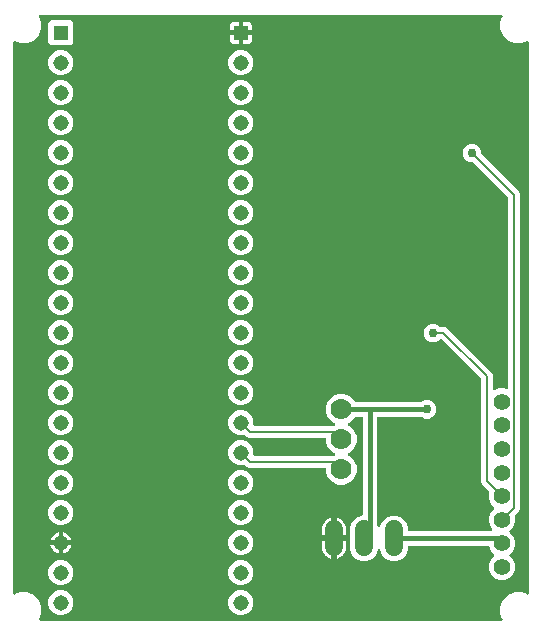
<source format=gbr>
G04 EAGLE Gerber RS-274X export*
G75*
%MOMM*%
%FSLAX34Y34*%
%LPD*%
%INBottom Copper*%
%IPPOS*%
%AMOC8*
5,1,8,0,0,1.08239X$1,22.5*%
G01*
%ADD10R,1.308000X1.308000*%
%ADD11C,1.308000*%
%ADD12C,1.508000*%
%ADD13C,1.422400*%
%ADD14C,1.778000*%
%ADD15C,0.756400*%
%ADD16C,0.406400*%
%ADD17C,0.152400*%

G36*
X423572Y35567D02*
X423572Y35567D01*
X423622Y35565D01*
X423729Y35587D01*
X423838Y35601D01*
X423884Y35619D01*
X423933Y35629D01*
X424032Y35677D01*
X424134Y35718D01*
X424174Y35747D01*
X424219Y35769D01*
X424302Y35840D01*
X424391Y35904D01*
X424423Y35943D01*
X424461Y35975D01*
X424524Y36065D01*
X424594Y36149D01*
X424615Y36194D01*
X424644Y36235D01*
X424683Y36338D01*
X424730Y36437D01*
X424739Y36486D01*
X424757Y36532D01*
X424769Y36642D01*
X424789Y36749D01*
X424786Y36799D01*
X424792Y36848D01*
X424776Y36957D01*
X424770Y37067D01*
X424754Y37114D01*
X424747Y37163D01*
X424695Y37316D01*
X422989Y41434D01*
X422989Y47466D01*
X425297Y53038D01*
X429562Y57303D01*
X435134Y59611D01*
X441166Y59611D01*
X445338Y57882D01*
X445386Y57869D01*
X445431Y57848D01*
X445539Y57827D01*
X445645Y57798D01*
X445695Y57798D01*
X445744Y57788D01*
X445853Y57795D01*
X445963Y57793D01*
X446011Y57805D01*
X446061Y57808D01*
X446165Y57842D01*
X446272Y57868D01*
X446316Y57891D01*
X446363Y57906D01*
X446456Y57965D01*
X446553Y58016D01*
X446590Y58050D01*
X446632Y58076D01*
X446707Y58156D01*
X446789Y58230D01*
X446816Y58272D01*
X446850Y58308D01*
X446903Y58404D01*
X446963Y58496D01*
X446980Y58543D01*
X447004Y58586D01*
X447031Y58693D01*
X447067Y58797D01*
X447071Y58846D01*
X447083Y58894D01*
X447093Y59055D01*
X447093Y525145D01*
X447087Y525194D01*
X447089Y525244D01*
X447067Y525351D01*
X447053Y525461D01*
X447035Y525507D01*
X447025Y525555D01*
X446977Y525654D01*
X446936Y525756D01*
X446907Y525796D01*
X446885Y525841D01*
X446814Y525925D01*
X446750Y526014D01*
X446711Y526045D01*
X446679Y526083D01*
X446589Y526146D01*
X446505Y526216D01*
X446460Y526238D01*
X446419Y526266D01*
X446316Y526305D01*
X446217Y526352D01*
X446168Y526361D01*
X446122Y526379D01*
X446012Y526391D01*
X445905Y526412D01*
X445855Y526409D01*
X445806Y526414D01*
X445697Y526399D01*
X445587Y526392D01*
X445540Y526377D01*
X445491Y526370D01*
X445338Y526318D01*
X441166Y524589D01*
X435134Y524589D01*
X429562Y526897D01*
X425297Y531162D01*
X422989Y536734D01*
X422989Y542766D01*
X424696Y546886D01*
X424709Y546934D01*
X424730Y546979D01*
X424751Y547087D01*
X424780Y547193D01*
X424781Y547243D01*
X424790Y547292D01*
X424783Y547401D01*
X424785Y547511D01*
X424774Y547559D01*
X424770Y547609D01*
X424737Y547713D01*
X424711Y547820D01*
X424688Y547864D01*
X424672Y547911D01*
X424614Y548004D01*
X424562Y548101D01*
X424529Y548138D01*
X424502Y548180D01*
X424422Y548255D01*
X424348Y548337D01*
X424307Y548364D01*
X424271Y548398D01*
X424175Y548451D01*
X424083Y548511D01*
X424036Y548528D01*
X423992Y548552D01*
X423886Y548579D01*
X423782Y548615D01*
X423732Y548619D01*
X423684Y548631D01*
X423523Y548641D01*
X33677Y548641D01*
X33627Y548635D01*
X33578Y548637D01*
X33470Y548615D01*
X33361Y548601D01*
X33315Y548583D01*
X33266Y548573D01*
X33167Y548525D01*
X33065Y548484D01*
X33025Y548455D01*
X32980Y548433D01*
X32897Y548362D01*
X32808Y548298D01*
X32776Y548259D01*
X32738Y548227D01*
X32675Y548137D01*
X32605Y548053D01*
X32584Y548008D01*
X32555Y547967D01*
X32516Y547864D01*
X32470Y547765D01*
X32460Y547716D01*
X32443Y547670D01*
X32430Y547560D01*
X32410Y547453D01*
X32413Y547403D01*
X32407Y547354D01*
X32423Y547245D01*
X32430Y547135D01*
X32445Y547088D01*
X32452Y547039D01*
X32504Y546886D01*
X34211Y542766D01*
X34211Y536734D01*
X31903Y531162D01*
X27638Y526897D01*
X22066Y524589D01*
X16034Y524589D01*
X12154Y526197D01*
X12106Y526210D01*
X12061Y526231D01*
X11953Y526252D01*
X11847Y526281D01*
X11797Y526281D01*
X11749Y526291D01*
X11639Y526284D01*
X11529Y526286D01*
X11481Y526274D01*
X11432Y526271D01*
X11327Y526237D01*
X11220Y526212D01*
X11176Y526188D01*
X11129Y526173D01*
X11036Y526114D01*
X10939Y526063D01*
X10902Y526030D01*
X10860Y526003D01*
X10785Y525923D01*
X10703Y525849D01*
X10676Y525808D01*
X10642Y525772D01*
X10589Y525675D01*
X10528Y525583D01*
X10512Y525536D01*
X10489Y525493D01*
X10461Y525387D01*
X10425Y525282D01*
X10421Y525233D01*
X10409Y525185D01*
X10399Y525025D01*
X10177Y59085D01*
X10183Y59035D01*
X10181Y58985D01*
X10203Y58878D01*
X10216Y58769D01*
X10235Y58722D01*
X10245Y58674D01*
X10293Y58575D01*
X10333Y58473D01*
X10363Y58433D01*
X10385Y58388D01*
X10456Y58305D01*
X10520Y58216D01*
X10559Y58184D01*
X10591Y58146D01*
X10680Y58083D01*
X10765Y58013D01*
X10810Y57992D01*
X10851Y57963D01*
X10954Y57924D01*
X11053Y57877D01*
X11102Y57868D01*
X11148Y57850D01*
X11257Y57838D01*
X11365Y57817D01*
X11415Y57820D01*
X11464Y57815D01*
X11573Y57830D01*
X11682Y57837D01*
X11730Y57852D01*
X11779Y57859D01*
X11932Y57911D01*
X16034Y59611D01*
X22066Y59611D01*
X27638Y57303D01*
X31903Y53038D01*
X34211Y47466D01*
X34211Y41434D01*
X32505Y37316D01*
X32492Y37268D01*
X32470Y37223D01*
X32450Y37115D01*
X32421Y37009D01*
X32420Y36959D01*
X32411Y36910D01*
X32417Y36801D01*
X32416Y36691D01*
X32427Y36643D01*
X32430Y36593D01*
X32464Y36489D01*
X32490Y36382D01*
X32513Y36338D01*
X32528Y36291D01*
X32587Y36198D01*
X32639Y36101D01*
X32672Y36064D01*
X32699Y36022D01*
X32779Y35947D01*
X32853Y35865D01*
X32894Y35838D01*
X32930Y35804D01*
X33026Y35751D01*
X33118Y35691D01*
X33165Y35674D01*
X33209Y35650D01*
X33315Y35623D01*
X33419Y35587D01*
X33469Y35583D01*
X33517Y35571D01*
X33677Y35561D01*
X423523Y35561D01*
X423572Y35567D01*
G37*
%LPC*%
G36*
X421957Y69953D02*
X421957Y69953D01*
X417849Y71655D01*
X414705Y74799D01*
X413003Y78907D01*
X413003Y83353D01*
X414705Y87461D01*
X417476Y90232D01*
X417549Y90327D01*
X417628Y90416D01*
X417646Y90452D01*
X417671Y90484D01*
X417719Y90593D01*
X417773Y90699D01*
X417781Y90738D01*
X417798Y90776D01*
X417816Y90893D01*
X417842Y91009D01*
X417841Y91050D01*
X417847Y91090D01*
X417836Y91208D01*
X417833Y91327D01*
X417821Y91366D01*
X417818Y91406D01*
X417777Y91519D01*
X417744Y91633D01*
X417724Y91667D01*
X417710Y91706D01*
X417643Y91804D01*
X417583Y91907D01*
X417543Y91952D01*
X417531Y91969D01*
X417516Y91982D01*
X417476Y92027D01*
X414705Y94799D01*
X413159Y98530D01*
X413145Y98555D01*
X413136Y98583D01*
X413066Y98693D01*
X413002Y98806D01*
X412981Y98827D01*
X412966Y98852D01*
X412871Y98941D01*
X412781Y99034D01*
X412755Y99050D01*
X412734Y99070D01*
X412620Y99133D01*
X412510Y99201D01*
X412481Y99209D01*
X412455Y99224D01*
X412330Y99256D01*
X412206Y99294D01*
X412176Y99296D01*
X412148Y99303D01*
X411987Y99313D01*
X345614Y99313D01*
X345496Y99298D01*
X345377Y99291D01*
X345339Y99278D01*
X345298Y99273D01*
X345188Y99230D01*
X345075Y99193D01*
X345040Y99171D01*
X345003Y99156D01*
X344907Y99087D01*
X344806Y99023D01*
X344778Y98993D01*
X344745Y98970D01*
X344669Y98878D01*
X344588Y98791D01*
X344568Y98756D01*
X344543Y98725D01*
X344492Y98617D01*
X344434Y98513D01*
X344424Y98473D01*
X344407Y98437D01*
X344385Y98320D01*
X344355Y98205D01*
X344351Y98145D01*
X344347Y98125D01*
X344349Y98104D01*
X344345Y98044D01*
X344345Y95562D01*
X342578Y91296D01*
X339314Y88032D01*
X335048Y86265D01*
X330432Y86265D01*
X326166Y88032D01*
X322902Y91296D01*
X321213Y95375D01*
X321144Y95495D01*
X321079Y95619D01*
X321065Y95634D01*
X321055Y95651D01*
X320958Y95751D01*
X320865Y95854D01*
X320848Y95865D01*
X320834Y95880D01*
X320716Y95952D01*
X320599Y96029D01*
X320580Y96035D01*
X320563Y96046D01*
X320430Y96087D01*
X320298Y96132D01*
X320278Y96134D01*
X320259Y96139D01*
X320120Y96146D01*
X319981Y96157D01*
X319961Y96154D01*
X319941Y96155D01*
X319805Y96126D01*
X319668Y96103D01*
X319649Y96094D01*
X319630Y96090D01*
X319505Y96029D01*
X319378Y95972D01*
X319362Y95960D01*
X319344Y95951D01*
X319238Y95860D01*
X319130Y95774D01*
X319117Y95757D01*
X319102Y95744D01*
X319022Y95631D01*
X318938Y95519D01*
X318926Y95494D01*
X318919Y95484D01*
X318912Y95465D01*
X318867Y95375D01*
X317178Y91296D01*
X313914Y88032D01*
X309648Y86265D01*
X305032Y86265D01*
X300766Y88032D01*
X297502Y91296D01*
X295735Y95562D01*
X295735Y115258D01*
X297502Y119524D01*
X300766Y122788D01*
X305032Y124555D01*
X305054Y124555D01*
X305172Y124570D01*
X305291Y124577D01*
X305329Y124590D01*
X305370Y124595D01*
X305480Y124638D01*
X305593Y124675D01*
X305628Y124697D01*
X305665Y124712D01*
X305761Y124781D01*
X305862Y124845D01*
X305890Y124875D01*
X305923Y124898D01*
X305999Y124990D01*
X306080Y125077D01*
X306100Y125112D01*
X306125Y125143D01*
X306176Y125251D01*
X306234Y125355D01*
X306244Y125395D01*
X306261Y125431D01*
X306283Y125548D01*
X306313Y125663D01*
X306317Y125723D01*
X306321Y125743D01*
X306319Y125764D01*
X306323Y125824D01*
X306323Y207264D01*
X306308Y207382D01*
X306301Y207501D01*
X306288Y207539D01*
X306283Y207580D01*
X306240Y207690D01*
X306203Y207803D01*
X306181Y207838D01*
X306166Y207875D01*
X306097Y207971D01*
X306033Y208072D01*
X306003Y208100D01*
X305980Y208133D01*
X305888Y208209D01*
X305801Y208290D01*
X305766Y208310D01*
X305735Y208335D01*
X305627Y208386D01*
X305523Y208444D01*
X305483Y208454D01*
X305447Y208471D01*
X305330Y208493D01*
X305215Y208523D01*
X305155Y208527D01*
X305135Y208531D01*
X305114Y208529D01*
X305054Y208533D01*
X300635Y208533D01*
X300605Y208530D01*
X300576Y208532D01*
X300448Y208510D01*
X300319Y208493D01*
X300292Y208483D01*
X300263Y208478D01*
X300144Y208424D01*
X300024Y208376D01*
X300000Y208359D01*
X299973Y208347D01*
X299871Y208266D01*
X299766Y208190D01*
X299747Y208167D01*
X299724Y208148D01*
X299646Y208045D01*
X299563Y207945D01*
X299551Y207918D01*
X299533Y207894D01*
X299462Y207750D01*
X299272Y207292D01*
X295628Y203648D01*
X294313Y203103D01*
X294192Y203034D01*
X294069Y202969D01*
X294054Y202955D01*
X294037Y202945D01*
X293937Y202848D01*
X293834Y202755D01*
X293823Y202738D01*
X293808Y202724D01*
X293736Y202606D01*
X293659Y202489D01*
X293652Y202470D01*
X293642Y202453D01*
X293601Y202320D01*
X293556Y202188D01*
X293554Y202168D01*
X293548Y202149D01*
X293542Y202010D01*
X293531Y201871D01*
X293534Y201851D01*
X293533Y201831D01*
X293561Y201695D01*
X293585Y201558D01*
X293593Y201539D01*
X293597Y201520D01*
X293659Y201395D01*
X293716Y201268D01*
X293728Y201252D01*
X293737Y201234D01*
X293827Y201128D01*
X293914Y201020D01*
X293930Y201007D01*
X293943Y200992D01*
X294057Y200912D01*
X294168Y200828D01*
X294193Y200816D01*
X294204Y200809D01*
X294223Y200802D01*
X294313Y200757D01*
X295628Y200213D01*
X299273Y196568D01*
X301245Y191807D01*
X301245Y186653D01*
X299273Y181892D01*
X295628Y178247D01*
X294313Y177703D01*
X294193Y177634D01*
X294069Y177569D01*
X294054Y177555D01*
X294037Y177545D01*
X293937Y177449D01*
X293834Y177355D01*
X293823Y177338D01*
X293808Y177324D01*
X293735Y177205D01*
X293659Y177089D01*
X293653Y177070D01*
X293642Y177053D01*
X293601Y176920D01*
X293556Y176788D01*
X293554Y176768D01*
X293548Y176749D01*
X293542Y176610D01*
X293531Y176471D01*
X293534Y176451D01*
X293533Y176431D01*
X293561Y176295D01*
X293585Y176158D01*
X293593Y176139D01*
X293597Y176120D01*
X293659Y175995D01*
X293716Y175868D01*
X293728Y175852D01*
X293737Y175834D01*
X293827Y175728D01*
X293914Y175620D01*
X293930Y175607D01*
X293944Y175592D01*
X294057Y175512D01*
X294168Y175428D01*
X294194Y175416D01*
X294204Y175409D01*
X294223Y175402D01*
X294313Y175357D01*
X295628Y174813D01*
X299273Y171168D01*
X301245Y166407D01*
X301245Y161253D01*
X299273Y156492D01*
X295628Y152847D01*
X290867Y150875D01*
X285713Y150875D01*
X280952Y152847D01*
X277307Y156492D01*
X275335Y161253D01*
X275335Y164084D01*
X275320Y164202D01*
X275313Y164321D01*
X275300Y164359D01*
X275295Y164400D01*
X275252Y164510D01*
X275215Y164623D01*
X275193Y164658D01*
X275178Y164695D01*
X275109Y164791D01*
X275045Y164892D01*
X275015Y164920D01*
X274992Y164953D01*
X274900Y165029D01*
X274813Y165110D01*
X274778Y165130D01*
X274747Y165155D01*
X274639Y165206D01*
X274535Y165264D01*
X274495Y165274D01*
X274459Y165291D01*
X274342Y165313D01*
X274227Y165343D01*
X274167Y165347D01*
X274147Y165351D01*
X274126Y165349D01*
X274066Y165353D01*
X209860Y165353D01*
X208086Y166088D01*
X207089Y167085D01*
X207066Y167103D01*
X207047Y167125D01*
X206941Y167200D01*
X206838Y167279D01*
X206811Y167291D01*
X206787Y167308D01*
X206666Y167354D01*
X206546Y167406D01*
X206517Y167410D01*
X206490Y167421D01*
X206361Y167435D01*
X206232Y167456D01*
X206203Y167453D01*
X206173Y167456D01*
X206045Y167438D01*
X205916Y167426D01*
X205888Y167416D01*
X205859Y167412D01*
X205706Y167360D01*
X205309Y167195D01*
X201091Y167195D01*
X197193Y168810D01*
X194210Y171793D01*
X192595Y175691D01*
X192595Y179909D01*
X194210Y183807D01*
X197193Y186790D01*
X201091Y188405D01*
X205309Y188405D01*
X209207Y186790D01*
X212190Y183807D01*
X213805Y179909D01*
X213805Y176276D01*
X213820Y176158D01*
X213827Y176039D01*
X213840Y176001D01*
X213845Y175960D01*
X213888Y175850D01*
X213925Y175737D01*
X213947Y175702D01*
X213962Y175665D01*
X214031Y175569D01*
X214095Y175468D01*
X214125Y175440D01*
X214148Y175407D01*
X214240Y175331D01*
X214327Y175250D01*
X214362Y175230D01*
X214393Y175205D01*
X214501Y175154D01*
X214605Y175096D01*
X214645Y175086D01*
X214681Y175069D01*
X214798Y175047D01*
X214913Y175017D01*
X214973Y175013D01*
X214993Y175009D01*
X215014Y175011D01*
X215074Y175007D01*
X281168Y175007D01*
X281177Y175008D01*
X281187Y175007D01*
X281335Y175028D01*
X281484Y175047D01*
X281492Y175050D01*
X281502Y175051D01*
X281654Y175103D01*
X282267Y175357D01*
X282388Y175426D01*
X282511Y175491D01*
X282526Y175505D01*
X282543Y175515D01*
X282643Y175611D01*
X282746Y175705D01*
X282757Y175722D01*
X282772Y175736D01*
X282844Y175854D01*
X282921Y175971D01*
X282927Y175990D01*
X282938Y176007D01*
X282979Y176140D01*
X283024Y176272D01*
X283026Y176292D01*
X283032Y176311D01*
X283038Y176450D01*
X283049Y176589D01*
X283046Y176609D01*
X283047Y176629D01*
X283019Y176765D01*
X282995Y176902D01*
X282987Y176920D01*
X282983Y176940D01*
X282921Y177065D01*
X282864Y177192D01*
X282852Y177208D01*
X282843Y177226D01*
X282753Y177332D01*
X282666Y177440D01*
X282650Y177453D01*
X282636Y177468D01*
X282523Y177548D01*
X282412Y177632D01*
X282386Y177644D01*
X282376Y177651D01*
X282358Y177658D01*
X282267Y177703D01*
X280952Y178247D01*
X277307Y181892D01*
X275335Y186653D01*
X275335Y189484D01*
X275320Y189602D01*
X275313Y189721D01*
X275300Y189759D01*
X275295Y189800D01*
X275252Y189910D01*
X275215Y190023D01*
X275193Y190058D01*
X275178Y190095D01*
X275109Y190191D01*
X275045Y190292D01*
X275015Y190320D01*
X274992Y190353D01*
X274900Y190429D01*
X274813Y190510D01*
X274778Y190530D01*
X274747Y190555D01*
X274639Y190606D01*
X274535Y190664D01*
X274495Y190674D01*
X274459Y190691D01*
X274342Y190713D01*
X274227Y190743D01*
X274167Y190747D01*
X274147Y190751D01*
X274126Y190749D01*
X274066Y190753D01*
X209860Y190753D01*
X208086Y191488D01*
X207089Y192485D01*
X207066Y192503D01*
X207047Y192525D01*
X206941Y192600D01*
X206838Y192679D01*
X206811Y192691D01*
X206787Y192708D01*
X206666Y192754D01*
X206546Y192806D01*
X206517Y192810D01*
X206490Y192821D01*
X206361Y192835D01*
X206232Y192856D01*
X206203Y192853D01*
X206173Y192856D01*
X206045Y192838D01*
X205916Y192826D01*
X205888Y192816D01*
X205859Y192812D01*
X205706Y192760D01*
X205309Y192595D01*
X201091Y192595D01*
X197193Y194210D01*
X194210Y197193D01*
X192595Y201091D01*
X192595Y205309D01*
X194210Y209207D01*
X197193Y212190D01*
X201091Y213805D01*
X205309Y213805D01*
X209207Y212190D01*
X212190Y209207D01*
X213805Y205309D01*
X213805Y201676D01*
X213820Y201558D01*
X213827Y201439D01*
X213840Y201401D01*
X213845Y201360D01*
X213888Y201250D01*
X213925Y201137D01*
X213947Y201102D01*
X213962Y201065D01*
X214031Y200969D01*
X214095Y200868D01*
X214125Y200840D01*
X214148Y200807D01*
X214240Y200731D01*
X214327Y200650D01*
X214362Y200630D01*
X214393Y200605D01*
X214501Y200554D01*
X214605Y200496D01*
X214645Y200486D01*
X214681Y200469D01*
X214798Y200447D01*
X214913Y200417D01*
X214973Y200413D01*
X214993Y200409D01*
X215014Y200411D01*
X215074Y200407D01*
X281168Y200407D01*
X281177Y200408D01*
X281187Y200407D01*
X281335Y200428D01*
X281484Y200447D01*
X281492Y200450D01*
X281502Y200451D01*
X281654Y200503D01*
X282267Y200757D01*
X282388Y200826D01*
X282511Y200891D01*
X282526Y200905D01*
X282543Y200915D01*
X282643Y201012D01*
X282746Y201105D01*
X282757Y201122D01*
X282772Y201136D01*
X282845Y201255D01*
X282921Y201371D01*
X282928Y201390D01*
X282938Y201407D01*
X282979Y201540D01*
X283024Y201672D01*
X283026Y201692D01*
X283032Y201711D01*
X283038Y201850D01*
X283049Y201989D01*
X283046Y202009D01*
X283047Y202029D01*
X283019Y202165D01*
X282995Y202302D01*
X282987Y202321D01*
X282983Y202340D01*
X282921Y202466D01*
X282864Y202592D01*
X282852Y202608D01*
X282843Y202626D01*
X282753Y202732D01*
X282666Y202840D01*
X282650Y202853D01*
X282636Y202868D01*
X282523Y202948D01*
X282412Y203032D01*
X282387Y203044D01*
X282376Y203051D01*
X282357Y203058D01*
X282267Y203103D01*
X280952Y203648D01*
X277307Y207292D01*
X275335Y212053D01*
X275335Y217207D01*
X277307Y221968D01*
X280952Y225613D01*
X285713Y227585D01*
X290867Y227585D01*
X295628Y225613D01*
X299272Y221968D01*
X299462Y221510D01*
X299477Y221485D01*
X299486Y221457D01*
X299555Y221347D01*
X299620Y221234D01*
X299640Y221213D01*
X299656Y221188D01*
X299751Y221099D01*
X299841Y221006D01*
X299866Y220990D01*
X299888Y220970D01*
X300002Y220907D01*
X300112Y220839D01*
X300140Y220831D01*
X300166Y220816D01*
X300292Y220784D01*
X300416Y220746D01*
X300446Y220744D01*
X300474Y220737D01*
X300635Y220727D01*
X355154Y220727D01*
X355252Y220739D01*
X355351Y220742D01*
X355409Y220759D01*
X355470Y220767D01*
X355562Y220803D01*
X355657Y220831D01*
X355709Y220861D01*
X355765Y220884D01*
X355845Y220942D01*
X355931Y220992D01*
X356006Y221058D01*
X356023Y221070D01*
X356030Y221080D01*
X356052Y221099D01*
X356235Y221282D01*
X359119Y222477D01*
X362241Y222477D01*
X365125Y221282D01*
X367332Y219075D01*
X368527Y216191D01*
X368527Y213069D01*
X367332Y210185D01*
X365125Y207978D01*
X362241Y206783D01*
X359119Y206783D01*
X356235Y207978D01*
X356052Y208161D01*
X355973Y208222D01*
X355901Y208290D01*
X355848Y208319D01*
X355800Y208356D01*
X355709Y208396D01*
X355623Y208444D01*
X355564Y208459D01*
X355508Y208483D01*
X355411Y208498D01*
X355315Y208523D01*
X355214Y208529D01*
X355194Y208533D01*
X355182Y208531D01*
X355154Y208533D01*
X319786Y208533D01*
X319668Y208518D01*
X319549Y208511D01*
X319511Y208498D01*
X319470Y208493D01*
X319360Y208450D01*
X319247Y208413D01*
X319212Y208391D01*
X319175Y208376D01*
X319079Y208307D01*
X318978Y208243D01*
X318950Y208213D01*
X318917Y208190D01*
X318841Y208098D01*
X318760Y208011D01*
X318740Y207976D01*
X318715Y207945D01*
X318664Y207837D01*
X318606Y207733D01*
X318596Y207693D01*
X318579Y207657D01*
X318557Y207540D01*
X318527Y207425D01*
X318523Y207365D01*
X318519Y207345D01*
X318521Y207324D01*
X318517Y207264D01*
X318517Y116544D01*
X318518Y116535D01*
X318517Y116526D01*
X318538Y116377D01*
X318557Y116229D01*
X318560Y116220D01*
X318561Y116211D01*
X318613Y116058D01*
X318867Y115445D01*
X318936Y115324D01*
X319001Y115201D01*
X319015Y115186D01*
X319025Y115169D01*
X319122Y115069D01*
X319215Y114966D01*
X319232Y114955D01*
X319246Y114940D01*
X319365Y114868D01*
X319481Y114791D01*
X319500Y114785D01*
X319517Y114774D01*
X319650Y114733D01*
X319782Y114688D01*
X319802Y114687D01*
X319821Y114681D01*
X319960Y114674D01*
X320099Y114663D01*
X320119Y114666D01*
X320139Y114665D01*
X320275Y114694D01*
X320412Y114717D01*
X320431Y114726D01*
X320450Y114730D01*
X320576Y114791D01*
X320702Y114848D01*
X320718Y114860D01*
X320736Y114869D01*
X320842Y114960D01*
X320950Y115046D01*
X320963Y115063D01*
X320978Y115076D01*
X321058Y115189D01*
X321142Y115301D01*
X321154Y115326D01*
X321161Y115336D01*
X321168Y115355D01*
X321213Y115445D01*
X322902Y119524D01*
X326166Y122788D01*
X330432Y124555D01*
X335048Y124555D01*
X339314Y122788D01*
X342578Y119524D01*
X344345Y115258D01*
X344345Y112776D01*
X344360Y112658D01*
X344367Y112539D01*
X344380Y112501D01*
X344385Y112460D01*
X344428Y112350D01*
X344465Y112237D01*
X344487Y112202D01*
X344502Y112165D01*
X344571Y112069D01*
X344635Y111968D01*
X344665Y111940D01*
X344688Y111907D01*
X344780Y111831D01*
X344867Y111750D01*
X344902Y111730D01*
X344933Y111705D01*
X345041Y111654D01*
X345145Y111596D01*
X345185Y111586D01*
X345221Y111569D01*
X345338Y111547D01*
X345453Y111517D01*
X345513Y111513D01*
X345533Y111509D01*
X345554Y111511D01*
X345614Y111507D01*
X414933Y111507D01*
X415071Y111524D01*
X415209Y111537D01*
X415228Y111544D01*
X415248Y111547D01*
X415377Y111598D01*
X415508Y111645D01*
X415525Y111656D01*
X415544Y111664D01*
X415656Y111745D01*
X415772Y111823D01*
X415785Y111839D01*
X415801Y111850D01*
X415890Y111958D01*
X415982Y112062D01*
X415991Y112080D01*
X416004Y112095D01*
X416063Y112221D01*
X416127Y112345D01*
X416131Y112365D01*
X416140Y112383D01*
X416166Y112520D01*
X416196Y112655D01*
X416196Y112676D01*
X416199Y112695D01*
X416191Y112834D01*
X416187Y112973D01*
X416181Y112993D01*
X416180Y113013D01*
X416137Y113144D01*
X416098Y113279D01*
X416088Y113296D01*
X416082Y113315D01*
X416007Y113433D01*
X415937Y113553D01*
X415918Y113574D01*
X415912Y113584D01*
X415897Y113598D01*
X415830Y113673D01*
X414705Y114799D01*
X413003Y118907D01*
X413003Y123353D01*
X414705Y127461D01*
X417476Y130232D01*
X417549Y130327D01*
X417628Y130416D01*
X417646Y130452D01*
X417671Y130484D01*
X417719Y130593D01*
X417773Y130699D01*
X417781Y130738D01*
X417798Y130776D01*
X417816Y130893D01*
X417842Y131009D01*
X417841Y131050D01*
X417847Y131090D01*
X417836Y131208D01*
X417833Y131327D01*
X417821Y131366D01*
X417818Y131406D01*
X417777Y131519D01*
X417744Y131633D01*
X417724Y131667D01*
X417710Y131706D01*
X417643Y131804D01*
X417583Y131907D01*
X417543Y131952D01*
X417531Y131969D01*
X417516Y131982D01*
X417476Y132027D01*
X414705Y134799D01*
X413003Y138907D01*
X413003Y143353D01*
X413302Y144074D01*
X413310Y144103D01*
X413323Y144129D01*
X413351Y144255D01*
X413386Y144381D01*
X413386Y144410D01*
X413393Y144439D01*
X413389Y144569D01*
X413391Y144699D01*
X413384Y144727D01*
X413383Y144757D01*
X413347Y144882D01*
X413317Y145008D01*
X413303Y145034D01*
X413295Y145062D01*
X413229Y145174D01*
X413168Y145289D01*
X413148Y145311D01*
X413133Y145336D01*
X413027Y145457D01*
X407388Y151096D01*
X406653Y152870D01*
X406653Y240045D01*
X406641Y240143D01*
X406638Y240242D01*
X406621Y240300D01*
X406613Y240360D01*
X406577Y240453D01*
X406549Y240548D01*
X406519Y240600D01*
X406496Y240656D01*
X406438Y240736D01*
X406388Y240822D01*
X406322Y240897D01*
X406310Y240914D01*
X406300Y240921D01*
X406282Y240942D01*
X373238Y273986D01*
X373144Y274059D01*
X373055Y274138D01*
X373019Y274156D01*
X372987Y274181D01*
X372877Y274228D01*
X372771Y274282D01*
X372732Y274291D01*
X372695Y274307D01*
X372577Y274326D01*
X372461Y274352D01*
X372421Y274351D01*
X372381Y274357D01*
X372262Y274346D01*
X372143Y274342D01*
X372104Y274331D01*
X372064Y274327D01*
X371952Y274287D01*
X371838Y274254D01*
X371803Y274233D01*
X371765Y274220D01*
X371666Y274153D01*
X371564Y274092D01*
X371519Y274053D01*
X371502Y274041D01*
X371488Y274026D01*
X371443Y273986D01*
X370205Y272748D01*
X367321Y271553D01*
X364199Y271553D01*
X361315Y272748D01*
X359108Y274955D01*
X357913Y277839D01*
X357913Y280961D01*
X359108Y283845D01*
X361315Y286052D01*
X364199Y287247D01*
X367321Y287247D01*
X370205Y286052D01*
X371658Y284598D01*
X371737Y284538D01*
X371809Y284470D01*
X371862Y284441D01*
X371910Y284404D01*
X372001Y284364D01*
X372087Y284316D01*
X372146Y284301D01*
X372202Y284277D01*
X372300Y284262D01*
X372395Y284237D01*
X372495Y284231D01*
X372516Y284227D01*
X372528Y284229D01*
X372556Y284227D01*
X375610Y284227D01*
X377384Y283492D01*
X415572Y245304D01*
X416307Y243530D01*
X416307Y231866D01*
X416313Y231817D01*
X416311Y231767D01*
X416333Y231660D01*
X416347Y231550D01*
X416365Y231504D01*
X416375Y231456D01*
X416423Y231357D01*
X416464Y231255D01*
X416493Y231215D01*
X416515Y231170D01*
X416586Y231086D01*
X416650Y230997D01*
X416689Y230966D01*
X416721Y230928D01*
X416811Y230865D01*
X416895Y230795D01*
X416940Y230773D01*
X416981Y230745D01*
X417084Y230706D01*
X417183Y230659D01*
X417232Y230650D01*
X417278Y230632D01*
X417388Y230620D01*
X417495Y230599D01*
X417545Y230602D01*
X417594Y230597D01*
X417703Y230612D01*
X417813Y230619D01*
X417860Y230634D01*
X417909Y230641D01*
X418062Y230693D01*
X421957Y232307D01*
X426403Y232307D01*
X427758Y231745D01*
X427806Y231732D01*
X427851Y231711D01*
X427959Y231691D01*
X428065Y231661D01*
X428115Y231661D01*
X428164Y231651D01*
X428273Y231658D01*
X428383Y231656D01*
X428431Y231668D01*
X428481Y231671D01*
X428585Y231705D01*
X428692Y231731D01*
X428736Y231754D01*
X428783Y231769D01*
X428876Y231828D01*
X428973Y231879D01*
X429010Y231913D01*
X429052Y231939D01*
X429127Y232019D01*
X429209Y232093D01*
X429236Y232135D01*
X429270Y232171D01*
X429323Y232267D01*
X429383Y232359D01*
X429400Y232406D01*
X429424Y232449D01*
X429451Y232556D01*
X429487Y232660D01*
X429491Y232709D01*
X429503Y232757D01*
X429513Y232918D01*
X429513Y393715D01*
X429501Y393813D01*
X429498Y393912D01*
X429481Y393970D01*
X429473Y394030D01*
X429437Y394123D01*
X429409Y394218D01*
X429379Y394270D01*
X429356Y394326D01*
X429298Y394406D01*
X429248Y394492D01*
X429182Y394567D01*
X429170Y394584D01*
X429160Y394591D01*
X429142Y394612D01*
X400172Y423582D01*
X400094Y423642D01*
X400022Y423710D01*
X399969Y423739D01*
X399921Y423776D01*
X399830Y423816D01*
X399744Y423864D01*
X399685Y423879D01*
X399629Y423903D01*
X399531Y423918D01*
X399436Y423943D01*
X399336Y423949D01*
X399315Y423953D01*
X399303Y423951D01*
X399275Y423953D01*
X397219Y423953D01*
X394335Y425148D01*
X392128Y427355D01*
X390933Y430239D01*
X390933Y433361D01*
X392128Y436245D01*
X394335Y438452D01*
X397219Y439647D01*
X400341Y439647D01*
X403225Y438452D01*
X405432Y436245D01*
X406627Y433361D01*
X406627Y431305D01*
X406639Y431207D01*
X406642Y431108D01*
X406659Y431050D01*
X406667Y430990D01*
X406703Y430897D01*
X406731Y430802D01*
X406761Y430750D01*
X406784Y430694D01*
X406842Y430614D01*
X406892Y430528D01*
X406958Y430453D01*
X406970Y430436D01*
X406980Y430429D01*
X406998Y430408D01*
X438432Y398974D01*
X439167Y397200D01*
X439167Y130330D01*
X438432Y128556D01*
X436896Y127020D01*
X435333Y125457D01*
X435315Y125434D01*
X435293Y125415D01*
X435218Y125309D01*
X435138Y125206D01*
X435127Y125179D01*
X435110Y125155D01*
X435064Y125033D01*
X435012Y124914D01*
X435007Y124885D01*
X434997Y124857D01*
X434983Y124728D01*
X434962Y124600D01*
X434965Y124571D01*
X434962Y124541D01*
X434980Y124413D01*
X434992Y124283D01*
X435002Y124256D01*
X435006Y124226D01*
X435058Y124074D01*
X435357Y123353D01*
X435357Y118907D01*
X433655Y114799D01*
X430884Y112027D01*
X430811Y111933D01*
X430732Y111844D01*
X430714Y111808D01*
X430689Y111776D01*
X430641Y111667D01*
X430587Y111561D01*
X430579Y111522D01*
X430562Y111484D01*
X430544Y111367D01*
X430518Y111251D01*
X430519Y111210D01*
X430513Y111170D01*
X430524Y111052D01*
X430527Y110933D01*
X430539Y110894D01*
X430542Y110854D01*
X430583Y110741D01*
X430616Y110627D01*
X430636Y110592D01*
X430650Y110554D01*
X430717Y110456D01*
X430777Y110353D01*
X430817Y110308D01*
X430829Y110291D01*
X430844Y110278D01*
X430884Y110232D01*
X433655Y107461D01*
X435357Y103353D01*
X435357Y98907D01*
X433655Y94799D01*
X430884Y92027D01*
X430811Y91933D01*
X430732Y91844D01*
X430714Y91808D01*
X430689Y91776D01*
X430641Y91667D01*
X430587Y91561D01*
X430579Y91522D01*
X430562Y91484D01*
X430544Y91367D01*
X430518Y91251D01*
X430519Y91210D01*
X430513Y91170D01*
X430524Y91052D01*
X430527Y90933D01*
X430539Y90894D01*
X430542Y90854D01*
X430583Y90741D01*
X430616Y90627D01*
X430636Y90592D01*
X430650Y90554D01*
X430717Y90456D01*
X430777Y90353D01*
X430817Y90308D01*
X430829Y90291D01*
X430844Y90278D01*
X430884Y90232D01*
X433655Y87461D01*
X435357Y83353D01*
X435357Y78907D01*
X433655Y74799D01*
X430511Y71655D01*
X426403Y69953D01*
X421957Y69953D01*
G37*
%LPD*%
%LPC*%
G36*
X42576Y522795D02*
X42576Y522795D01*
X40195Y525176D01*
X40195Y541624D01*
X42576Y544005D01*
X59024Y544005D01*
X61405Y541624D01*
X61405Y525176D01*
X59024Y522795D01*
X42576Y522795D01*
G37*
%LPD*%
%LPC*%
G36*
X201091Y90995D02*
X201091Y90995D01*
X197193Y92610D01*
X194210Y95593D01*
X192595Y99491D01*
X192595Y103709D01*
X194210Y107607D01*
X197193Y110590D01*
X201091Y112205D01*
X205309Y112205D01*
X209207Y110590D01*
X212190Y107607D01*
X213805Y103709D01*
X213805Y99491D01*
X212190Y95593D01*
X209207Y92610D01*
X205309Y90995D01*
X201091Y90995D01*
G37*
%LPD*%
%LPC*%
G36*
X201091Y65595D02*
X201091Y65595D01*
X197193Y67210D01*
X194210Y70193D01*
X192595Y74091D01*
X192595Y78309D01*
X194210Y82207D01*
X197193Y85190D01*
X201091Y86805D01*
X205309Y86805D01*
X209207Y85190D01*
X212190Y82207D01*
X213805Y78309D01*
X213805Y74091D01*
X212190Y70193D01*
X209207Y67210D01*
X205309Y65595D01*
X201091Y65595D01*
G37*
%LPD*%
%LPC*%
G36*
X48691Y65595D02*
X48691Y65595D01*
X44793Y67210D01*
X41810Y70193D01*
X40195Y74091D01*
X40195Y78309D01*
X41810Y82207D01*
X44793Y85190D01*
X48691Y86805D01*
X52909Y86805D01*
X56807Y85190D01*
X59790Y82207D01*
X61405Y78309D01*
X61405Y74091D01*
X59790Y70193D01*
X56807Y67210D01*
X52909Y65595D01*
X48691Y65595D01*
G37*
%LPD*%
%LPC*%
G36*
X201091Y40195D02*
X201091Y40195D01*
X197193Y41810D01*
X194210Y44793D01*
X192595Y48691D01*
X192595Y52909D01*
X194210Y56807D01*
X197193Y59790D01*
X201091Y61405D01*
X205309Y61405D01*
X209207Y59790D01*
X212190Y56807D01*
X213805Y52909D01*
X213805Y48691D01*
X212190Y44793D01*
X209207Y41810D01*
X205309Y40195D01*
X201091Y40195D01*
G37*
%LPD*%
%LPC*%
G36*
X201091Y497395D02*
X201091Y497395D01*
X197193Y499010D01*
X194210Y501993D01*
X192595Y505891D01*
X192595Y510109D01*
X194210Y514007D01*
X197193Y516990D01*
X201091Y518605D01*
X205309Y518605D01*
X209207Y516990D01*
X212190Y514007D01*
X213805Y510109D01*
X213805Y505891D01*
X212190Y501993D01*
X209207Y499010D01*
X205309Y497395D01*
X201091Y497395D01*
G37*
%LPD*%
%LPC*%
G36*
X48691Y497395D02*
X48691Y497395D01*
X44793Y499010D01*
X41810Y501993D01*
X40195Y505891D01*
X40195Y510109D01*
X41810Y514007D01*
X44793Y516990D01*
X48691Y518605D01*
X52909Y518605D01*
X56807Y516990D01*
X59790Y514007D01*
X61405Y510109D01*
X61405Y505891D01*
X59790Y501993D01*
X56807Y499010D01*
X52909Y497395D01*
X48691Y497395D01*
G37*
%LPD*%
%LPC*%
G36*
X201091Y471995D02*
X201091Y471995D01*
X197193Y473610D01*
X194210Y476593D01*
X192595Y480491D01*
X192595Y484709D01*
X194210Y488607D01*
X197193Y491590D01*
X201091Y493205D01*
X205309Y493205D01*
X209207Y491590D01*
X212190Y488607D01*
X213805Y484709D01*
X213805Y480491D01*
X212190Y476593D01*
X209207Y473610D01*
X205309Y471995D01*
X201091Y471995D01*
G37*
%LPD*%
%LPC*%
G36*
X48691Y471995D02*
X48691Y471995D01*
X44793Y473610D01*
X41810Y476593D01*
X40195Y480491D01*
X40195Y484709D01*
X41810Y488607D01*
X44793Y491590D01*
X48691Y493205D01*
X52909Y493205D01*
X56807Y491590D01*
X59790Y488607D01*
X61405Y484709D01*
X61405Y480491D01*
X59790Y476593D01*
X56807Y473610D01*
X52909Y471995D01*
X48691Y471995D01*
G37*
%LPD*%
%LPC*%
G36*
X201091Y446595D02*
X201091Y446595D01*
X197193Y448210D01*
X194210Y451193D01*
X192595Y455091D01*
X192595Y459309D01*
X194210Y463207D01*
X197193Y466190D01*
X201091Y467805D01*
X205309Y467805D01*
X209207Y466190D01*
X212190Y463207D01*
X213805Y459309D01*
X213805Y455091D01*
X212190Y451193D01*
X209207Y448210D01*
X205309Y446595D01*
X201091Y446595D01*
G37*
%LPD*%
%LPC*%
G36*
X48691Y446595D02*
X48691Y446595D01*
X44793Y448210D01*
X41810Y451193D01*
X40195Y455091D01*
X40195Y459309D01*
X41810Y463207D01*
X44793Y466190D01*
X48691Y467805D01*
X52909Y467805D01*
X56807Y466190D01*
X59790Y463207D01*
X61405Y459309D01*
X61405Y455091D01*
X59790Y451193D01*
X56807Y448210D01*
X52909Y446595D01*
X48691Y446595D01*
G37*
%LPD*%
%LPC*%
G36*
X201091Y421195D02*
X201091Y421195D01*
X197193Y422810D01*
X194210Y425793D01*
X192595Y429691D01*
X192595Y433909D01*
X194210Y437807D01*
X197193Y440790D01*
X201091Y442405D01*
X205309Y442405D01*
X209207Y440790D01*
X212190Y437807D01*
X213805Y433909D01*
X213805Y429691D01*
X212190Y425793D01*
X209207Y422810D01*
X205309Y421195D01*
X201091Y421195D01*
G37*
%LPD*%
%LPC*%
G36*
X48691Y421195D02*
X48691Y421195D01*
X44793Y422810D01*
X41810Y425793D01*
X40195Y429691D01*
X40195Y433909D01*
X41810Y437807D01*
X44793Y440790D01*
X48691Y442405D01*
X52909Y442405D01*
X56807Y440790D01*
X59790Y437807D01*
X61405Y433909D01*
X61405Y429691D01*
X59790Y425793D01*
X56807Y422810D01*
X52909Y421195D01*
X48691Y421195D01*
G37*
%LPD*%
%LPC*%
G36*
X201091Y395795D02*
X201091Y395795D01*
X197193Y397410D01*
X194210Y400393D01*
X192595Y404291D01*
X192595Y408509D01*
X194210Y412407D01*
X197193Y415390D01*
X201091Y417005D01*
X205309Y417005D01*
X209207Y415390D01*
X212190Y412407D01*
X213805Y408509D01*
X213805Y404291D01*
X212190Y400393D01*
X209207Y397410D01*
X205309Y395795D01*
X201091Y395795D01*
G37*
%LPD*%
%LPC*%
G36*
X48691Y395795D02*
X48691Y395795D01*
X44793Y397410D01*
X41810Y400393D01*
X40195Y404291D01*
X40195Y408509D01*
X41810Y412407D01*
X44793Y415390D01*
X48691Y417005D01*
X52909Y417005D01*
X56807Y415390D01*
X59790Y412407D01*
X61405Y408509D01*
X61405Y404291D01*
X59790Y400393D01*
X56807Y397410D01*
X52909Y395795D01*
X48691Y395795D01*
G37*
%LPD*%
%LPC*%
G36*
X201091Y370395D02*
X201091Y370395D01*
X197193Y372010D01*
X194210Y374993D01*
X192595Y378891D01*
X192595Y383109D01*
X194210Y387007D01*
X197193Y389990D01*
X201091Y391605D01*
X205309Y391605D01*
X209207Y389990D01*
X212190Y387007D01*
X213805Y383109D01*
X213805Y378891D01*
X212190Y374993D01*
X209207Y372010D01*
X205309Y370395D01*
X201091Y370395D01*
G37*
%LPD*%
%LPC*%
G36*
X48691Y370395D02*
X48691Y370395D01*
X44793Y372010D01*
X41810Y374993D01*
X40195Y378891D01*
X40195Y383109D01*
X41810Y387007D01*
X44793Y389990D01*
X48691Y391605D01*
X52909Y391605D01*
X56807Y389990D01*
X59790Y387007D01*
X61405Y383109D01*
X61405Y378891D01*
X59790Y374993D01*
X56807Y372010D01*
X52909Y370395D01*
X48691Y370395D01*
G37*
%LPD*%
%LPC*%
G36*
X201091Y344995D02*
X201091Y344995D01*
X197193Y346610D01*
X194210Y349593D01*
X192595Y353491D01*
X192595Y357709D01*
X194210Y361607D01*
X197193Y364590D01*
X201091Y366205D01*
X205309Y366205D01*
X209207Y364590D01*
X212190Y361607D01*
X213805Y357709D01*
X213805Y353491D01*
X212190Y349593D01*
X209207Y346610D01*
X205309Y344995D01*
X201091Y344995D01*
G37*
%LPD*%
%LPC*%
G36*
X48691Y344995D02*
X48691Y344995D01*
X44793Y346610D01*
X41810Y349593D01*
X40195Y353491D01*
X40195Y357709D01*
X41810Y361607D01*
X44793Y364590D01*
X48691Y366205D01*
X52909Y366205D01*
X56807Y364590D01*
X59790Y361607D01*
X61405Y357709D01*
X61405Y353491D01*
X59790Y349593D01*
X56807Y346610D01*
X52909Y344995D01*
X48691Y344995D01*
G37*
%LPD*%
%LPC*%
G36*
X201091Y319595D02*
X201091Y319595D01*
X197193Y321210D01*
X194210Y324193D01*
X192595Y328091D01*
X192595Y332309D01*
X194210Y336207D01*
X197193Y339190D01*
X201091Y340805D01*
X205309Y340805D01*
X209207Y339190D01*
X212190Y336207D01*
X213805Y332309D01*
X213805Y328091D01*
X212190Y324193D01*
X209207Y321210D01*
X205309Y319595D01*
X201091Y319595D01*
G37*
%LPD*%
%LPC*%
G36*
X48691Y319595D02*
X48691Y319595D01*
X44793Y321210D01*
X41810Y324193D01*
X40195Y328091D01*
X40195Y332309D01*
X41810Y336207D01*
X44793Y339190D01*
X48691Y340805D01*
X52909Y340805D01*
X56807Y339190D01*
X59790Y336207D01*
X61405Y332309D01*
X61405Y328091D01*
X59790Y324193D01*
X56807Y321210D01*
X52909Y319595D01*
X48691Y319595D01*
G37*
%LPD*%
%LPC*%
G36*
X201091Y294195D02*
X201091Y294195D01*
X197193Y295810D01*
X194210Y298793D01*
X192595Y302691D01*
X192595Y306909D01*
X194210Y310807D01*
X197193Y313790D01*
X201091Y315405D01*
X205309Y315405D01*
X209207Y313790D01*
X212190Y310807D01*
X213805Y306909D01*
X213805Y302691D01*
X212190Y298793D01*
X209207Y295810D01*
X205309Y294195D01*
X201091Y294195D01*
G37*
%LPD*%
%LPC*%
G36*
X48691Y294195D02*
X48691Y294195D01*
X44793Y295810D01*
X41810Y298793D01*
X40195Y302691D01*
X40195Y306909D01*
X41810Y310807D01*
X44793Y313790D01*
X48691Y315405D01*
X52909Y315405D01*
X56807Y313790D01*
X59790Y310807D01*
X61405Y306909D01*
X61405Y302691D01*
X59790Y298793D01*
X56807Y295810D01*
X52909Y294195D01*
X48691Y294195D01*
G37*
%LPD*%
%LPC*%
G36*
X201091Y268795D02*
X201091Y268795D01*
X197193Y270410D01*
X194210Y273393D01*
X192595Y277291D01*
X192595Y281509D01*
X194210Y285407D01*
X197193Y288390D01*
X201091Y290005D01*
X205309Y290005D01*
X209207Y288390D01*
X212190Y285407D01*
X213805Y281509D01*
X213805Y277291D01*
X212190Y273393D01*
X209207Y270410D01*
X205309Y268795D01*
X201091Y268795D01*
G37*
%LPD*%
%LPC*%
G36*
X48691Y268795D02*
X48691Y268795D01*
X44793Y270410D01*
X41810Y273393D01*
X40195Y277291D01*
X40195Y281509D01*
X41810Y285407D01*
X44793Y288390D01*
X48691Y290005D01*
X52909Y290005D01*
X56807Y288390D01*
X59790Y285407D01*
X61405Y281509D01*
X61405Y277291D01*
X59790Y273393D01*
X56807Y270410D01*
X52909Y268795D01*
X48691Y268795D01*
G37*
%LPD*%
%LPC*%
G36*
X201091Y243395D02*
X201091Y243395D01*
X197193Y245010D01*
X194210Y247993D01*
X192595Y251891D01*
X192595Y256109D01*
X194210Y260007D01*
X197193Y262990D01*
X201091Y264605D01*
X205309Y264605D01*
X209207Y262990D01*
X212190Y260007D01*
X213805Y256109D01*
X213805Y251891D01*
X212190Y247993D01*
X209207Y245010D01*
X205309Y243395D01*
X201091Y243395D01*
G37*
%LPD*%
%LPC*%
G36*
X48691Y243395D02*
X48691Y243395D01*
X44793Y245010D01*
X41810Y247993D01*
X40195Y251891D01*
X40195Y256109D01*
X41810Y260007D01*
X44793Y262990D01*
X48691Y264605D01*
X52909Y264605D01*
X56807Y262990D01*
X59790Y260007D01*
X61405Y256109D01*
X61405Y251891D01*
X59790Y247993D01*
X56807Y245010D01*
X52909Y243395D01*
X48691Y243395D01*
G37*
%LPD*%
%LPC*%
G36*
X201091Y217995D02*
X201091Y217995D01*
X197193Y219610D01*
X194210Y222593D01*
X192595Y226491D01*
X192595Y230709D01*
X194210Y234607D01*
X197193Y237590D01*
X201091Y239205D01*
X205309Y239205D01*
X209207Y237590D01*
X212190Y234607D01*
X213805Y230709D01*
X213805Y226491D01*
X212190Y222593D01*
X209207Y219610D01*
X205309Y217995D01*
X201091Y217995D01*
G37*
%LPD*%
%LPC*%
G36*
X48691Y217995D02*
X48691Y217995D01*
X44793Y219610D01*
X41810Y222593D01*
X40195Y226491D01*
X40195Y230709D01*
X41810Y234607D01*
X44793Y237590D01*
X48691Y239205D01*
X52909Y239205D01*
X56807Y237590D01*
X59790Y234607D01*
X61405Y230709D01*
X61405Y226491D01*
X59790Y222593D01*
X56807Y219610D01*
X52909Y217995D01*
X48691Y217995D01*
G37*
%LPD*%
%LPC*%
G36*
X48691Y192595D02*
X48691Y192595D01*
X44793Y194210D01*
X41810Y197193D01*
X40195Y201091D01*
X40195Y205309D01*
X41810Y209207D01*
X44793Y212190D01*
X48691Y213805D01*
X52909Y213805D01*
X56807Y212190D01*
X59790Y209207D01*
X61405Y205309D01*
X61405Y201091D01*
X59790Y197193D01*
X56807Y194210D01*
X52909Y192595D01*
X48691Y192595D01*
G37*
%LPD*%
%LPC*%
G36*
X48691Y167195D02*
X48691Y167195D01*
X44793Y168810D01*
X41810Y171793D01*
X40195Y175691D01*
X40195Y179909D01*
X41810Y183807D01*
X44793Y186790D01*
X48691Y188405D01*
X52909Y188405D01*
X56807Y186790D01*
X59790Y183807D01*
X61405Y179909D01*
X61405Y175691D01*
X59790Y171793D01*
X56807Y168810D01*
X52909Y167195D01*
X48691Y167195D01*
G37*
%LPD*%
%LPC*%
G36*
X201091Y141795D02*
X201091Y141795D01*
X197193Y143410D01*
X194210Y146393D01*
X192595Y150291D01*
X192595Y154509D01*
X194210Y158407D01*
X197193Y161390D01*
X201091Y163005D01*
X205309Y163005D01*
X209207Y161390D01*
X212190Y158407D01*
X213805Y154509D01*
X213805Y150291D01*
X212190Y146393D01*
X209207Y143410D01*
X205309Y141795D01*
X201091Y141795D01*
G37*
%LPD*%
%LPC*%
G36*
X48691Y141795D02*
X48691Y141795D01*
X44793Y143410D01*
X41810Y146393D01*
X40195Y150291D01*
X40195Y154509D01*
X41810Y158407D01*
X44793Y161390D01*
X48691Y163005D01*
X52909Y163005D01*
X56807Y161390D01*
X59790Y158407D01*
X61405Y154509D01*
X61405Y150291D01*
X59790Y146393D01*
X56807Y143410D01*
X52909Y141795D01*
X48691Y141795D01*
G37*
%LPD*%
%LPC*%
G36*
X201091Y116395D02*
X201091Y116395D01*
X197193Y118010D01*
X194210Y120993D01*
X192595Y124891D01*
X192595Y129109D01*
X194210Y133007D01*
X197193Y135990D01*
X201091Y137605D01*
X205309Y137605D01*
X209207Y135990D01*
X212190Y133007D01*
X213805Y129109D01*
X213805Y124891D01*
X212190Y120993D01*
X209207Y118010D01*
X205309Y116395D01*
X201091Y116395D01*
G37*
%LPD*%
%LPC*%
G36*
X48691Y116395D02*
X48691Y116395D01*
X44793Y118010D01*
X41810Y120993D01*
X40195Y124891D01*
X40195Y129109D01*
X41810Y133007D01*
X44793Y135990D01*
X48691Y137605D01*
X52909Y137605D01*
X56807Y135990D01*
X59790Y133007D01*
X61405Y129109D01*
X61405Y124891D01*
X59790Y120993D01*
X56807Y118010D01*
X52909Y116395D01*
X48691Y116395D01*
G37*
%LPD*%
%LPC*%
G36*
X48691Y40195D02*
X48691Y40195D01*
X44793Y41810D01*
X41810Y44793D01*
X40195Y48691D01*
X40195Y52909D01*
X41810Y56807D01*
X44793Y59790D01*
X48691Y61405D01*
X52909Y61405D01*
X56807Y59790D01*
X59790Y56807D01*
X61405Y52909D01*
X61405Y48691D01*
X59790Y44793D01*
X56807Y41810D01*
X52909Y40195D01*
X48691Y40195D01*
G37*
%LPD*%
%LPC*%
G36*
X284439Y107909D02*
X284439Y107909D01*
X284439Y122737D01*
X285810Y122292D01*
X287223Y121572D01*
X288507Y120639D01*
X289629Y119517D01*
X290562Y118233D01*
X291282Y116820D01*
X291773Y115311D01*
X292021Y113743D01*
X292021Y107909D01*
X284439Y107909D01*
G37*
%LPD*%
%LPC*%
G36*
X284439Y102911D02*
X284439Y102911D01*
X292021Y102911D01*
X292021Y97077D01*
X291773Y95509D01*
X291282Y94000D01*
X290562Y92587D01*
X289629Y91303D01*
X288507Y90181D01*
X287223Y89248D01*
X285810Y88528D01*
X284439Y88083D01*
X284439Y102911D01*
G37*
%LPD*%
%LPC*%
G36*
X271859Y107909D02*
X271859Y107909D01*
X271859Y113743D01*
X272107Y115311D01*
X272598Y116820D01*
X273318Y118233D01*
X274251Y119517D01*
X275373Y120639D01*
X276657Y121572D01*
X278070Y122292D01*
X279441Y122737D01*
X279441Y107909D01*
X271859Y107909D01*
G37*
%LPD*%
%LPC*%
G36*
X278070Y88528D02*
X278070Y88528D01*
X276657Y89248D01*
X275373Y90181D01*
X274251Y91303D01*
X273318Y92587D01*
X272598Y94000D01*
X272107Y95509D01*
X271859Y97077D01*
X271859Y102911D01*
X279441Y102911D01*
X279441Y88083D01*
X278070Y88528D01*
G37*
%LPD*%
%LPC*%
G36*
X205199Y535399D02*
X205199Y535399D01*
X205199Y542481D01*
X210074Y542481D01*
X210721Y542308D01*
X211300Y541973D01*
X211773Y541500D01*
X212108Y540921D01*
X212281Y540274D01*
X212281Y535399D01*
X205199Y535399D01*
G37*
%LPD*%
%LPC*%
G36*
X194119Y535399D02*
X194119Y535399D01*
X194119Y540274D01*
X194292Y540921D01*
X194627Y541500D01*
X195100Y541973D01*
X195679Y542308D01*
X196326Y542481D01*
X201201Y542481D01*
X201201Y535399D01*
X194119Y535399D01*
G37*
%LPD*%
%LPC*%
G36*
X205199Y524319D02*
X205199Y524319D01*
X205199Y531401D01*
X212281Y531401D01*
X212281Y526526D01*
X212108Y525879D01*
X211773Y525300D01*
X211300Y524827D01*
X210721Y524492D01*
X210074Y524319D01*
X205199Y524319D01*
G37*
%LPD*%
%LPC*%
G36*
X196326Y524319D02*
X196326Y524319D01*
X195679Y524492D01*
X195100Y524827D01*
X194627Y525300D01*
X194292Y525879D01*
X194119Y526526D01*
X194119Y531401D01*
X201201Y531401D01*
X201201Y524319D01*
X196326Y524319D01*
G37*
%LPD*%
%LPC*%
G36*
X52799Y103599D02*
X52799Y103599D01*
X52799Y110477D01*
X52926Y110457D01*
X54286Y110015D01*
X55559Y109367D01*
X56716Y108526D01*
X57726Y107516D01*
X58567Y106359D01*
X59215Y105086D01*
X59657Y103726D01*
X59677Y103599D01*
X52799Y103599D01*
G37*
%LPD*%
%LPC*%
G36*
X52799Y99601D02*
X52799Y99601D01*
X59677Y99601D01*
X59657Y99474D01*
X59215Y98114D01*
X58567Y96841D01*
X57726Y95684D01*
X56716Y94674D01*
X55559Y93833D01*
X54286Y93185D01*
X52926Y92743D01*
X52799Y92723D01*
X52799Y99601D01*
G37*
%LPD*%
%LPC*%
G36*
X41923Y103599D02*
X41923Y103599D01*
X41943Y103726D01*
X42385Y105086D01*
X43033Y106359D01*
X43874Y107516D01*
X44884Y108526D01*
X46041Y109367D01*
X47314Y110015D01*
X48674Y110457D01*
X48801Y110477D01*
X48801Y103599D01*
X41923Y103599D01*
G37*
%LPD*%
%LPC*%
G36*
X48674Y92743D02*
X48674Y92743D01*
X47314Y93185D01*
X46041Y93833D01*
X44884Y94674D01*
X43874Y95684D01*
X43033Y96841D01*
X42385Y98114D01*
X41943Y99474D01*
X41923Y99601D01*
X48801Y99601D01*
X48801Y92723D01*
X48674Y92743D01*
G37*
%LPD*%
D10*
X50800Y533400D03*
D11*
X50800Y508000D03*
X50800Y482600D03*
X50800Y457200D03*
X50800Y431800D03*
X50800Y406400D03*
X50800Y381000D03*
X50800Y355600D03*
X50800Y330200D03*
X50800Y304800D03*
X50800Y279400D03*
X50800Y254000D03*
X50800Y228600D03*
X50800Y203200D03*
X50800Y177800D03*
X50800Y152400D03*
X50800Y127000D03*
X50800Y101600D03*
X50800Y76200D03*
X50800Y50800D03*
X203200Y50800D03*
X203200Y76200D03*
X203200Y101600D03*
X203200Y127000D03*
X203200Y152400D03*
X203200Y177800D03*
X203200Y203200D03*
X203200Y228600D03*
X203200Y254000D03*
X203200Y279400D03*
X203200Y304800D03*
X203200Y330200D03*
X203200Y355600D03*
X203200Y381000D03*
X203200Y406400D03*
X203200Y431800D03*
X203200Y457200D03*
X203200Y482600D03*
X203200Y508000D03*
D10*
X203200Y533400D03*
D12*
X332740Y112950D02*
X332740Y97870D01*
X307340Y97870D02*
X307340Y112950D01*
X281940Y112950D02*
X281940Y97870D01*
D13*
X424180Y81130D03*
X424180Y101130D03*
X424180Y121130D03*
X424180Y141130D03*
X424180Y161130D03*
X424180Y181130D03*
X424180Y201130D03*
X424180Y221130D03*
D14*
X288290Y163830D03*
X288290Y189230D03*
X288290Y214630D03*
D15*
X360680Y214630D03*
D16*
X312420Y214630D02*
X288290Y214630D01*
X312420Y214630D02*
X360680Y214630D01*
X312420Y214630D02*
X312420Y110490D01*
X307340Y105410D01*
D15*
X267970Y491490D03*
X398780Y381000D03*
X274320Y381000D03*
D16*
X419862Y105410D02*
X424161Y101111D01*
X424180Y101130D01*
X419862Y105410D02*
X332740Y105410D01*
D15*
X398780Y431800D03*
D17*
X434340Y396240D01*
X434340Y131290D02*
X424180Y121130D01*
X434340Y131290D02*
X434340Y396240D01*
D15*
X365760Y279400D03*
D17*
X374650Y279400D01*
X411480Y242570D02*
X411480Y153830D01*
X424180Y141130D01*
X411480Y242570D02*
X374650Y279400D01*
X281940Y170180D02*
X288290Y163830D01*
X281940Y170180D02*
X210820Y170180D01*
X203200Y177800D01*
X281940Y195580D02*
X288290Y189230D01*
X281940Y195580D02*
X210820Y195580D01*
X203200Y203200D01*
M02*

</source>
